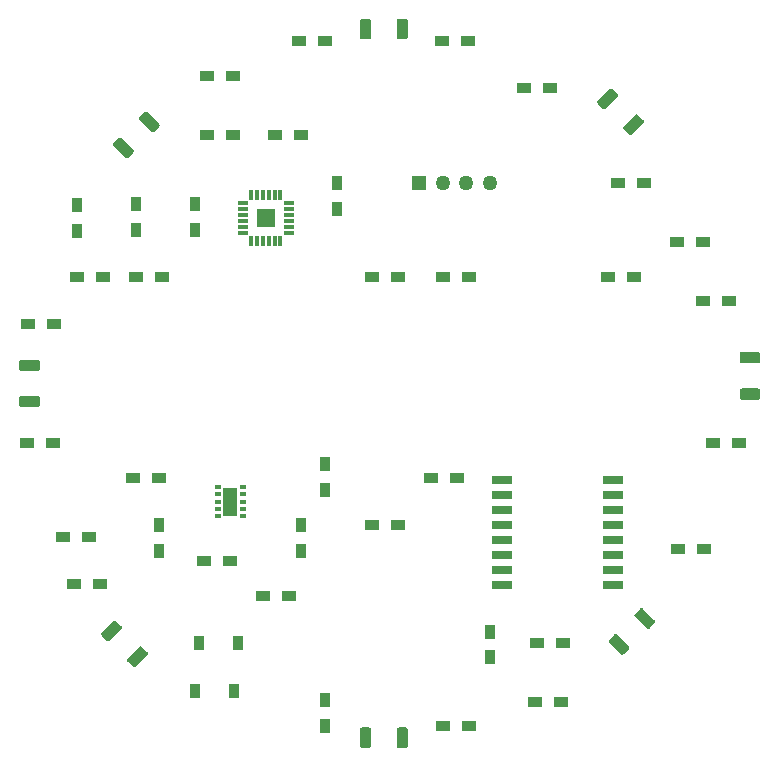
<source format=gbr>
G04 #@! TF.GenerationSoftware,KiCad,Pcbnew,(5.0.0)*
G04 #@! TF.CreationDate,2019-01-02T21:37:44-05:00*
G04 #@! TF.ProjectId,bikesenseCap,62696B6573656E73654361702E6B6963,REV B*
G04 #@! TF.SameCoordinates,Original*
G04 #@! TF.FileFunction,Paste,Top*
G04 #@! TF.FilePolarity,Positive*
%FSLAX46Y46*%
G04 Gerber Fmt 4.6, Leading zero omitted, Abs format (unit mm)*
G04 Created by KiCad (PCBNEW (5.0.0)) date 01/02/19 21:37:44*
%MOMM*%
%LPD*%
G01*
G04 APERTURE LIST*
%ADD10R,1.200000X0.900000*%
%ADD11R,1.270000X1.270000*%
%ADD12C,1.270000*%
%ADD13R,0.900000X1.200000*%
%ADD14R,0.600000X0.400000*%
%ADD15R,1.300000X2.400000*%
%ADD16R,1.560000X1.560000*%
%ADD17R,0.300000X0.850000*%
%ADD18R,0.850000X0.300000*%
%ADD19R,1.700000X0.700000*%
%ADD20C,0.100000*%
%ADD21C,0.950000*%
G04 APERTURE END LIST*
D10*
G04 #@! TO.C,D3*
X131200000Y-91000000D03*
X129000000Y-91000000D03*
G04 #@! TD*
G04 #@! TO.C,D4*
X151200000Y-91000000D03*
X149000000Y-91000000D03*
G04 #@! TD*
G04 #@! TO.C,D5*
X171200000Y-91000000D03*
X169000000Y-91000000D03*
G04 #@! TD*
G04 #@! TO.C,D6*
X149000000Y-112000000D03*
X151200000Y-112000000D03*
G04 #@! TD*
D11*
G04 #@! TO.C,J1*
X153000260Y-83000000D03*
D12*
X155001780Y-83000000D03*
X156998220Y-83000000D03*
X158999740Y-83000000D03*
G04 #@! TD*
D10*
G04 #@! TO.C,R1*
X143000000Y-79000000D03*
X140800000Y-79000000D03*
G04 #@! TD*
G04 #@! TO.C,R2*
X135000000Y-79000000D03*
X137200000Y-79000000D03*
G04 #@! TD*
D13*
G04 #@! TO.C,R3*
X146000000Y-83000000D03*
X146000000Y-85200000D03*
G04 #@! TD*
G04 #@! TO.C,R4*
X134000000Y-87000000D03*
X134000000Y-84800000D03*
G04 #@! TD*
G04 #@! TO.C,R5*
X129000000Y-84800000D03*
X129000000Y-87000000D03*
G04 #@! TD*
G04 #@! TO.C,R6*
X145000000Y-109000000D03*
X145000000Y-106800000D03*
G04 #@! TD*
G04 #@! TO.C,R7*
X131000000Y-114200000D03*
X131000000Y-112000000D03*
G04 #@! TD*
G04 #@! TO.C,R8*
X143000000Y-112000000D03*
X143000000Y-114200000D03*
G04 #@! TD*
D10*
G04 #@! TO.C,R9*
X142000000Y-118000000D03*
X139800000Y-118000000D03*
G04 #@! TD*
G04 #@! TO.C,R10*
X134800000Y-115000000D03*
X137000000Y-115000000D03*
G04 #@! TD*
G04 #@! TO.C,R11*
X126200000Y-91000000D03*
X124000000Y-91000000D03*
G04 #@! TD*
G04 #@! TO.C,R12*
X157200000Y-91000000D03*
X155000000Y-91000000D03*
G04 #@! TD*
G04 #@! TO.C,R13*
X177000000Y-88000000D03*
X174800000Y-88000000D03*
G04 #@! TD*
G04 #@! TO.C,R14*
X154000000Y-108000000D03*
X156200000Y-108000000D03*
G04 #@! TD*
G04 #@! TO.C,R19*
X119800000Y-105000000D03*
X122000000Y-105000000D03*
G04 #@! TD*
G04 #@! TO.C,R20*
X122100000Y-95000000D03*
X119900000Y-95000000D03*
G04 #@! TD*
D13*
G04 #@! TO.C,R21*
X124000000Y-84900000D03*
X124000000Y-87100000D03*
G04 #@! TD*
D10*
G04 #@! TO.C,R22*
X126000000Y-117000000D03*
X123800000Y-117000000D03*
G04 #@! TD*
D13*
G04 #@! TO.C,R23*
X159000000Y-123200000D03*
X159000000Y-121000000D03*
G04 #@! TD*
D10*
G04 #@! TO.C,R24*
X137200000Y-74000000D03*
X135000000Y-74000000D03*
G04 #@! TD*
G04 #@! TO.C,R25*
X122800000Y-113000000D03*
X125000000Y-113000000D03*
G04 #@! TD*
G04 #@! TO.C,R26*
X165200000Y-122000000D03*
X163000000Y-122000000D03*
G04 #@! TD*
G04 #@! TO.C,R27*
X157100000Y-71000000D03*
X154900000Y-71000000D03*
G04 #@! TD*
D13*
G04 #@! TO.C,R28*
X145000000Y-126800000D03*
X145000000Y-129000000D03*
G04 #@! TD*
D10*
G04 #@! TO.C,R29*
X145000000Y-71000000D03*
X142800000Y-71000000D03*
G04 #@! TD*
G04 #@! TO.C,R30*
X157200000Y-129000000D03*
X155000000Y-129000000D03*
G04 #@! TD*
G04 #@! TO.C,R31*
X164100000Y-75000000D03*
X161900000Y-75000000D03*
G04 #@! TD*
G04 #@! TO.C,R32*
X165000000Y-127000000D03*
X162800000Y-127000000D03*
G04 #@! TD*
G04 #@! TO.C,R33*
X169800000Y-83000000D03*
X172000000Y-83000000D03*
G04 #@! TD*
G04 #@! TO.C,R34*
X177100000Y-114000000D03*
X174900000Y-114000000D03*
G04 #@! TD*
G04 #@! TO.C,R35*
X179200000Y-93000000D03*
X177000000Y-93000000D03*
G04 #@! TD*
G04 #@! TO.C,R36*
X177900000Y-105000000D03*
X180100000Y-105000000D03*
G04 #@! TD*
G04 #@! TO.C,TH1*
X131000000Y-108000000D03*
X128800000Y-108000000D03*
G04 #@! TD*
D14*
G04 #@! TO.C,U1*
X135950000Y-110000000D03*
X138050000Y-110000000D03*
X138050000Y-109400000D03*
X138050000Y-108800000D03*
X138050000Y-110600000D03*
X138050000Y-111200000D03*
X135950000Y-110600000D03*
X135950000Y-111200000D03*
X135950000Y-109400000D03*
X135950000Y-108800000D03*
D15*
X137000000Y-110000000D03*
G04 #@! TD*
D16*
G04 #@! TO.C,U2*
X140000000Y-86000000D03*
D17*
X138750000Y-84050000D03*
X139250000Y-84050000D03*
X139750000Y-84050000D03*
X140250000Y-84050000D03*
X140750000Y-84050000D03*
X141250000Y-84050000D03*
D18*
X141950000Y-84750000D03*
X141950000Y-85250000D03*
X141950000Y-85750000D03*
X141950000Y-86250000D03*
X141950000Y-86750000D03*
X141950000Y-87250000D03*
D17*
X141250000Y-87950000D03*
X140750000Y-87950000D03*
X140250000Y-87950000D03*
X139750000Y-87950000D03*
X139250000Y-87950000D03*
X138750000Y-87950000D03*
D18*
X138050000Y-87250000D03*
X138050000Y-86750000D03*
X138050000Y-86250000D03*
X138050000Y-85750000D03*
X138050000Y-85250000D03*
X138050000Y-84750000D03*
G04 #@! TD*
D19*
G04 #@! TO.C,U3*
X160000000Y-113270000D03*
X160000000Y-114540000D03*
X160000000Y-115810000D03*
X160000000Y-117080000D03*
X160000000Y-112000000D03*
X160000000Y-110730000D03*
X160000000Y-109460000D03*
X160000000Y-108190000D03*
X169380000Y-113270000D03*
X169380000Y-112000000D03*
X169380000Y-114540000D03*
X169380000Y-115810000D03*
X169380000Y-117080000D03*
X169380000Y-110730000D03*
X169380000Y-109460000D03*
X169380000Y-108190000D03*
G04 #@! TD*
D13*
G04 #@! TO.C,D1*
X137650000Y-122000000D03*
X134350000Y-122000000D03*
G04 #@! TD*
G04 #@! TO.C,D2*
X134000000Y-126000000D03*
X137300000Y-126000000D03*
G04 #@! TD*
D20*
G04 #@! TO.C,D11*
G36*
X120703623Y-101075915D02*
X120722067Y-101078651D01*
X120740154Y-101083181D01*
X120757710Y-101089463D01*
X120774565Y-101097435D01*
X120790558Y-101107021D01*
X120805535Y-101118128D01*
X120819350Y-101130650D01*
X120831872Y-101144465D01*
X120842979Y-101159442D01*
X120852565Y-101175435D01*
X120860537Y-101192290D01*
X120866819Y-101209846D01*
X120871349Y-101227933D01*
X120874085Y-101246377D01*
X120875000Y-101265000D01*
X120875000Y-101835000D01*
X120874085Y-101853623D01*
X120871349Y-101872067D01*
X120866819Y-101890154D01*
X120860537Y-101907710D01*
X120852565Y-101924565D01*
X120842979Y-101940558D01*
X120831872Y-101955535D01*
X120819350Y-101969350D01*
X120805535Y-101981872D01*
X120790558Y-101992979D01*
X120774565Y-102002565D01*
X120757710Y-102010537D01*
X120740154Y-102016819D01*
X120722067Y-102021349D01*
X120703623Y-102024085D01*
X120685000Y-102025000D01*
X119315000Y-102025000D01*
X119296377Y-102024085D01*
X119277933Y-102021349D01*
X119259846Y-102016819D01*
X119242290Y-102010537D01*
X119225435Y-102002565D01*
X119209442Y-101992979D01*
X119194465Y-101981872D01*
X119180650Y-101969350D01*
X119168128Y-101955535D01*
X119157021Y-101940558D01*
X119147435Y-101924565D01*
X119139463Y-101907710D01*
X119133181Y-101890154D01*
X119128651Y-101872067D01*
X119125915Y-101853623D01*
X119125000Y-101835000D01*
X119125000Y-101265000D01*
X119125915Y-101246377D01*
X119128651Y-101227933D01*
X119133181Y-101209846D01*
X119139463Y-101192290D01*
X119147435Y-101175435D01*
X119157021Y-101159442D01*
X119168128Y-101144465D01*
X119180650Y-101130650D01*
X119194465Y-101118128D01*
X119209442Y-101107021D01*
X119225435Y-101097435D01*
X119242290Y-101089463D01*
X119259846Y-101083181D01*
X119277933Y-101078651D01*
X119296377Y-101075915D01*
X119315000Y-101075000D01*
X120685000Y-101075000D01*
X120703623Y-101075915D01*
X120703623Y-101075915D01*
G37*
D21*
X120000000Y-101550000D03*
D20*
G36*
X120703623Y-97975915D02*
X120722067Y-97978651D01*
X120740154Y-97983181D01*
X120757710Y-97989463D01*
X120774565Y-97997435D01*
X120790558Y-98007021D01*
X120805535Y-98018128D01*
X120819350Y-98030650D01*
X120831872Y-98044465D01*
X120842979Y-98059442D01*
X120852565Y-98075435D01*
X120860537Y-98092290D01*
X120866819Y-98109846D01*
X120871349Y-98127933D01*
X120874085Y-98146377D01*
X120875000Y-98165000D01*
X120875000Y-98735000D01*
X120874085Y-98753623D01*
X120871349Y-98772067D01*
X120866819Y-98790154D01*
X120860537Y-98807710D01*
X120852565Y-98824565D01*
X120842979Y-98840558D01*
X120831872Y-98855535D01*
X120819350Y-98869350D01*
X120805535Y-98881872D01*
X120790558Y-98892979D01*
X120774565Y-98902565D01*
X120757710Y-98910537D01*
X120740154Y-98916819D01*
X120722067Y-98921349D01*
X120703623Y-98924085D01*
X120685000Y-98925000D01*
X119315000Y-98925000D01*
X119296377Y-98924085D01*
X119277933Y-98921349D01*
X119259846Y-98916819D01*
X119242290Y-98910537D01*
X119225435Y-98902565D01*
X119209442Y-98892979D01*
X119194465Y-98881872D01*
X119180650Y-98869350D01*
X119168128Y-98855535D01*
X119157021Y-98840558D01*
X119147435Y-98824565D01*
X119139463Y-98807710D01*
X119133181Y-98790154D01*
X119128651Y-98772067D01*
X119125915Y-98753623D01*
X119125000Y-98735000D01*
X119125000Y-98165000D01*
X119125915Y-98146377D01*
X119128651Y-98127933D01*
X119133181Y-98109846D01*
X119139463Y-98092290D01*
X119147435Y-98075435D01*
X119157021Y-98059442D01*
X119168128Y-98044465D01*
X119180650Y-98030650D01*
X119194465Y-98018128D01*
X119209442Y-98007021D01*
X119225435Y-97997435D01*
X119242290Y-97989463D01*
X119259846Y-97983181D01*
X119277933Y-97978651D01*
X119296377Y-97975915D01*
X119315000Y-97975000D01*
X120685000Y-97975000D01*
X120703623Y-97975915D01*
X120703623Y-97975915D01*
G37*
D21*
X120000000Y-98450000D03*
G04 #@! TD*
D20*
G04 #@! TO.C,D12*
G36*
X127684764Y-79175637D02*
X127703208Y-79178373D01*
X127721295Y-79182903D01*
X127738851Y-79189185D01*
X127755706Y-79197157D01*
X127771699Y-79206743D01*
X127786676Y-79217850D01*
X127800491Y-79230372D01*
X128769228Y-80199109D01*
X128781750Y-80212924D01*
X128792857Y-80227901D01*
X128802443Y-80243894D01*
X128810415Y-80260749D01*
X128816697Y-80278305D01*
X128821227Y-80296392D01*
X128823963Y-80314836D01*
X128824878Y-80333459D01*
X128823963Y-80352082D01*
X128821227Y-80370526D01*
X128816697Y-80388613D01*
X128810415Y-80406169D01*
X128802443Y-80423024D01*
X128792857Y-80439017D01*
X128781750Y-80453994D01*
X128769228Y-80467809D01*
X128366177Y-80870860D01*
X128352362Y-80883382D01*
X128337385Y-80894489D01*
X128321392Y-80904075D01*
X128304537Y-80912047D01*
X128286981Y-80918329D01*
X128268894Y-80922859D01*
X128250450Y-80925595D01*
X128231827Y-80926510D01*
X128213204Y-80925595D01*
X128194760Y-80922859D01*
X128176673Y-80918329D01*
X128159117Y-80912047D01*
X128142262Y-80904075D01*
X128126269Y-80894489D01*
X128111292Y-80883382D01*
X128097477Y-80870860D01*
X127128740Y-79902123D01*
X127116218Y-79888308D01*
X127105111Y-79873331D01*
X127095525Y-79857338D01*
X127087553Y-79840483D01*
X127081271Y-79822927D01*
X127076741Y-79804840D01*
X127074005Y-79786396D01*
X127073090Y-79767773D01*
X127074005Y-79749150D01*
X127076741Y-79730706D01*
X127081271Y-79712619D01*
X127087553Y-79695063D01*
X127095525Y-79678208D01*
X127105111Y-79662215D01*
X127116218Y-79647238D01*
X127128740Y-79633423D01*
X127531791Y-79230372D01*
X127545606Y-79217850D01*
X127560583Y-79206743D01*
X127576576Y-79197157D01*
X127593431Y-79189185D01*
X127610987Y-79182903D01*
X127629074Y-79178373D01*
X127647518Y-79175637D01*
X127666141Y-79174722D01*
X127684764Y-79175637D01*
X127684764Y-79175637D01*
G37*
D21*
X127948984Y-80050616D03*
D20*
G36*
X129876796Y-76983605D02*
X129895240Y-76986341D01*
X129913327Y-76990871D01*
X129930883Y-76997153D01*
X129947738Y-77005125D01*
X129963731Y-77014711D01*
X129978708Y-77025818D01*
X129992523Y-77038340D01*
X130961260Y-78007077D01*
X130973782Y-78020892D01*
X130984889Y-78035869D01*
X130994475Y-78051862D01*
X131002447Y-78068717D01*
X131008729Y-78086273D01*
X131013259Y-78104360D01*
X131015995Y-78122804D01*
X131016910Y-78141427D01*
X131015995Y-78160050D01*
X131013259Y-78178494D01*
X131008729Y-78196581D01*
X131002447Y-78214137D01*
X130994475Y-78230992D01*
X130984889Y-78246985D01*
X130973782Y-78261962D01*
X130961260Y-78275777D01*
X130558209Y-78678828D01*
X130544394Y-78691350D01*
X130529417Y-78702457D01*
X130513424Y-78712043D01*
X130496569Y-78720015D01*
X130479013Y-78726297D01*
X130460926Y-78730827D01*
X130442482Y-78733563D01*
X130423859Y-78734478D01*
X130405236Y-78733563D01*
X130386792Y-78730827D01*
X130368705Y-78726297D01*
X130351149Y-78720015D01*
X130334294Y-78712043D01*
X130318301Y-78702457D01*
X130303324Y-78691350D01*
X130289509Y-78678828D01*
X129320772Y-77710091D01*
X129308250Y-77696276D01*
X129297143Y-77681299D01*
X129287557Y-77665306D01*
X129279585Y-77648451D01*
X129273303Y-77630895D01*
X129268773Y-77612808D01*
X129266037Y-77594364D01*
X129265122Y-77575741D01*
X129266037Y-77557118D01*
X129268773Y-77538674D01*
X129273303Y-77520587D01*
X129279585Y-77503031D01*
X129287557Y-77486176D01*
X129297143Y-77470183D01*
X129308250Y-77455206D01*
X129320772Y-77441391D01*
X129723823Y-77038340D01*
X129737638Y-77025818D01*
X129752615Y-77014711D01*
X129768608Y-77005125D01*
X129785463Y-76997153D01*
X129803019Y-76990871D01*
X129821106Y-76986341D01*
X129839550Y-76983605D01*
X129858173Y-76982690D01*
X129876796Y-76983605D01*
X129876796Y-76983605D01*
G37*
D21*
X130141016Y-77858584D03*
G04 #@! TD*
D20*
G04 #@! TO.C,D13*
G36*
X127250450Y-120074005D02*
X127268894Y-120076741D01*
X127286981Y-120081271D01*
X127304537Y-120087553D01*
X127321392Y-120095525D01*
X127337385Y-120105111D01*
X127352362Y-120116218D01*
X127366177Y-120128740D01*
X127769228Y-120531791D01*
X127781750Y-120545606D01*
X127792857Y-120560583D01*
X127802443Y-120576576D01*
X127810415Y-120593431D01*
X127816697Y-120610987D01*
X127821227Y-120629074D01*
X127823963Y-120647518D01*
X127824878Y-120666141D01*
X127823963Y-120684764D01*
X127821227Y-120703208D01*
X127816697Y-120721295D01*
X127810415Y-120738851D01*
X127802443Y-120755706D01*
X127792857Y-120771699D01*
X127781750Y-120786676D01*
X127769228Y-120800491D01*
X126800491Y-121769228D01*
X126786676Y-121781750D01*
X126771699Y-121792857D01*
X126755706Y-121802443D01*
X126738851Y-121810415D01*
X126721295Y-121816697D01*
X126703208Y-121821227D01*
X126684764Y-121823963D01*
X126666141Y-121824878D01*
X126647518Y-121823963D01*
X126629074Y-121821227D01*
X126610987Y-121816697D01*
X126593431Y-121810415D01*
X126576576Y-121802443D01*
X126560583Y-121792857D01*
X126545606Y-121781750D01*
X126531791Y-121769228D01*
X126128740Y-121366177D01*
X126116218Y-121352362D01*
X126105111Y-121337385D01*
X126095525Y-121321392D01*
X126087553Y-121304537D01*
X126081271Y-121286981D01*
X126076741Y-121268894D01*
X126074005Y-121250450D01*
X126073090Y-121231827D01*
X126074005Y-121213204D01*
X126076741Y-121194760D01*
X126081271Y-121176673D01*
X126087553Y-121159117D01*
X126095525Y-121142262D01*
X126105111Y-121126269D01*
X126116218Y-121111292D01*
X126128740Y-121097477D01*
X127097477Y-120128740D01*
X127111292Y-120116218D01*
X127126269Y-120105111D01*
X127142262Y-120095525D01*
X127159117Y-120087553D01*
X127176673Y-120081271D01*
X127194760Y-120076741D01*
X127213204Y-120074005D01*
X127231827Y-120073090D01*
X127250450Y-120074005D01*
X127250450Y-120074005D01*
G37*
D21*
X126948984Y-120948984D03*
D20*
G36*
X129442482Y-122266037D02*
X129460926Y-122268773D01*
X129479013Y-122273303D01*
X129496569Y-122279585D01*
X129513424Y-122287557D01*
X129529417Y-122297143D01*
X129544394Y-122308250D01*
X129558209Y-122320772D01*
X129961260Y-122723823D01*
X129973782Y-122737638D01*
X129984889Y-122752615D01*
X129994475Y-122768608D01*
X130002447Y-122785463D01*
X130008729Y-122803019D01*
X130013259Y-122821106D01*
X130015995Y-122839550D01*
X130016910Y-122858173D01*
X130015995Y-122876796D01*
X130013259Y-122895240D01*
X130008729Y-122913327D01*
X130002447Y-122930883D01*
X129994475Y-122947738D01*
X129984889Y-122963731D01*
X129973782Y-122978708D01*
X129961260Y-122992523D01*
X128992523Y-123961260D01*
X128978708Y-123973782D01*
X128963731Y-123984889D01*
X128947738Y-123994475D01*
X128930883Y-124002447D01*
X128913327Y-124008729D01*
X128895240Y-124013259D01*
X128876796Y-124015995D01*
X128858173Y-124016910D01*
X128839550Y-124015995D01*
X128821106Y-124013259D01*
X128803019Y-124008729D01*
X128785463Y-124002447D01*
X128768608Y-123994475D01*
X128752615Y-123984889D01*
X128737638Y-123973782D01*
X128723823Y-123961260D01*
X128320772Y-123558209D01*
X128308250Y-123544394D01*
X128297143Y-123529417D01*
X128287557Y-123513424D01*
X128279585Y-123496569D01*
X128273303Y-123479013D01*
X128268773Y-123460926D01*
X128266037Y-123442482D01*
X128265122Y-123423859D01*
X128266037Y-123405236D01*
X128268773Y-123386792D01*
X128273303Y-123368705D01*
X128279585Y-123351149D01*
X128287557Y-123334294D01*
X128297143Y-123318301D01*
X128308250Y-123303324D01*
X128320772Y-123289509D01*
X129289509Y-122320772D01*
X129303324Y-122308250D01*
X129318301Y-122297143D01*
X129334294Y-122287557D01*
X129351149Y-122279585D01*
X129368705Y-122273303D01*
X129386792Y-122268773D01*
X129405236Y-122266037D01*
X129423859Y-122265122D01*
X129442482Y-122266037D01*
X129442482Y-122266037D01*
G37*
D21*
X129141016Y-123141016D03*
G04 #@! TD*
D20*
G04 #@! TO.C,D14*
G36*
X151853623Y-69125915D02*
X151872067Y-69128651D01*
X151890154Y-69133181D01*
X151907710Y-69139463D01*
X151924565Y-69147435D01*
X151940558Y-69157021D01*
X151955535Y-69168128D01*
X151969350Y-69180650D01*
X151981872Y-69194465D01*
X151992979Y-69209442D01*
X152002565Y-69225435D01*
X152010537Y-69242290D01*
X152016819Y-69259846D01*
X152021349Y-69277933D01*
X152024085Y-69296377D01*
X152025000Y-69315000D01*
X152025000Y-70685000D01*
X152024085Y-70703623D01*
X152021349Y-70722067D01*
X152016819Y-70740154D01*
X152010537Y-70757710D01*
X152002565Y-70774565D01*
X151992979Y-70790558D01*
X151981872Y-70805535D01*
X151969350Y-70819350D01*
X151955535Y-70831872D01*
X151940558Y-70842979D01*
X151924565Y-70852565D01*
X151907710Y-70860537D01*
X151890154Y-70866819D01*
X151872067Y-70871349D01*
X151853623Y-70874085D01*
X151835000Y-70875000D01*
X151265000Y-70875000D01*
X151246377Y-70874085D01*
X151227933Y-70871349D01*
X151209846Y-70866819D01*
X151192290Y-70860537D01*
X151175435Y-70852565D01*
X151159442Y-70842979D01*
X151144465Y-70831872D01*
X151130650Y-70819350D01*
X151118128Y-70805535D01*
X151107021Y-70790558D01*
X151097435Y-70774565D01*
X151089463Y-70757710D01*
X151083181Y-70740154D01*
X151078651Y-70722067D01*
X151075915Y-70703623D01*
X151075000Y-70685000D01*
X151075000Y-69315000D01*
X151075915Y-69296377D01*
X151078651Y-69277933D01*
X151083181Y-69259846D01*
X151089463Y-69242290D01*
X151097435Y-69225435D01*
X151107021Y-69209442D01*
X151118128Y-69194465D01*
X151130650Y-69180650D01*
X151144465Y-69168128D01*
X151159442Y-69157021D01*
X151175435Y-69147435D01*
X151192290Y-69139463D01*
X151209846Y-69133181D01*
X151227933Y-69128651D01*
X151246377Y-69125915D01*
X151265000Y-69125000D01*
X151835000Y-69125000D01*
X151853623Y-69125915D01*
X151853623Y-69125915D01*
G37*
D21*
X151550000Y-70000000D03*
D20*
G36*
X148753623Y-69125915D02*
X148772067Y-69128651D01*
X148790154Y-69133181D01*
X148807710Y-69139463D01*
X148824565Y-69147435D01*
X148840558Y-69157021D01*
X148855535Y-69168128D01*
X148869350Y-69180650D01*
X148881872Y-69194465D01*
X148892979Y-69209442D01*
X148902565Y-69225435D01*
X148910537Y-69242290D01*
X148916819Y-69259846D01*
X148921349Y-69277933D01*
X148924085Y-69296377D01*
X148925000Y-69315000D01*
X148925000Y-70685000D01*
X148924085Y-70703623D01*
X148921349Y-70722067D01*
X148916819Y-70740154D01*
X148910537Y-70757710D01*
X148902565Y-70774565D01*
X148892979Y-70790558D01*
X148881872Y-70805535D01*
X148869350Y-70819350D01*
X148855535Y-70831872D01*
X148840558Y-70842979D01*
X148824565Y-70852565D01*
X148807710Y-70860537D01*
X148790154Y-70866819D01*
X148772067Y-70871349D01*
X148753623Y-70874085D01*
X148735000Y-70875000D01*
X148165000Y-70875000D01*
X148146377Y-70874085D01*
X148127933Y-70871349D01*
X148109846Y-70866819D01*
X148092290Y-70860537D01*
X148075435Y-70852565D01*
X148059442Y-70842979D01*
X148044465Y-70831872D01*
X148030650Y-70819350D01*
X148018128Y-70805535D01*
X148007021Y-70790558D01*
X147997435Y-70774565D01*
X147989463Y-70757710D01*
X147983181Y-70740154D01*
X147978651Y-70722067D01*
X147975915Y-70703623D01*
X147975000Y-70685000D01*
X147975000Y-69315000D01*
X147975915Y-69296377D01*
X147978651Y-69277933D01*
X147983181Y-69259846D01*
X147989463Y-69242290D01*
X147997435Y-69225435D01*
X148007021Y-69209442D01*
X148018128Y-69194465D01*
X148030650Y-69180650D01*
X148044465Y-69168128D01*
X148059442Y-69157021D01*
X148075435Y-69147435D01*
X148092290Y-69139463D01*
X148109846Y-69133181D01*
X148127933Y-69128651D01*
X148146377Y-69125915D01*
X148165000Y-69125000D01*
X148735000Y-69125000D01*
X148753623Y-69125915D01*
X148753623Y-69125915D01*
G37*
D21*
X148450000Y-70000000D03*
G04 #@! TD*
D20*
G04 #@! TO.C,D15*
G36*
X148753623Y-129125915D02*
X148772067Y-129128651D01*
X148790154Y-129133181D01*
X148807710Y-129139463D01*
X148824565Y-129147435D01*
X148840558Y-129157021D01*
X148855535Y-129168128D01*
X148869350Y-129180650D01*
X148881872Y-129194465D01*
X148892979Y-129209442D01*
X148902565Y-129225435D01*
X148910537Y-129242290D01*
X148916819Y-129259846D01*
X148921349Y-129277933D01*
X148924085Y-129296377D01*
X148925000Y-129315000D01*
X148925000Y-130685000D01*
X148924085Y-130703623D01*
X148921349Y-130722067D01*
X148916819Y-130740154D01*
X148910537Y-130757710D01*
X148902565Y-130774565D01*
X148892979Y-130790558D01*
X148881872Y-130805535D01*
X148869350Y-130819350D01*
X148855535Y-130831872D01*
X148840558Y-130842979D01*
X148824565Y-130852565D01*
X148807710Y-130860537D01*
X148790154Y-130866819D01*
X148772067Y-130871349D01*
X148753623Y-130874085D01*
X148735000Y-130875000D01*
X148165000Y-130875000D01*
X148146377Y-130874085D01*
X148127933Y-130871349D01*
X148109846Y-130866819D01*
X148092290Y-130860537D01*
X148075435Y-130852565D01*
X148059442Y-130842979D01*
X148044465Y-130831872D01*
X148030650Y-130819350D01*
X148018128Y-130805535D01*
X148007021Y-130790558D01*
X147997435Y-130774565D01*
X147989463Y-130757710D01*
X147983181Y-130740154D01*
X147978651Y-130722067D01*
X147975915Y-130703623D01*
X147975000Y-130685000D01*
X147975000Y-129315000D01*
X147975915Y-129296377D01*
X147978651Y-129277933D01*
X147983181Y-129259846D01*
X147989463Y-129242290D01*
X147997435Y-129225435D01*
X148007021Y-129209442D01*
X148018128Y-129194465D01*
X148030650Y-129180650D01*
X148044465Y-129168128D01*
X148059442Y-129157021D01*
X148075435Y-129147435D01*
X148092290Y-129139463D01*
X148109846Y-129133181D01*
X148127933Y-129128651D01*
X148146377Y-129125915D01*
X148165000Y-129125000D01*
X148735000Y-129125000D01*
X148753623Y-129125915D01*
X148753623Y-129125915D01*
G37*
D21*
X148450000Y-130000000D03*
D20*
G36*
X151853623Y-129125915D02*
X151872067Y-129128651D01*
X151890154Y-129133181D01*
X151907710Y-129139463D01*
X151924565Y-129147435D01*
X151940558Y-129157021D01*
X151955535Y-129168128D01*
X151969350Y-129180650D01*
X151981872Y-129194465D01*
X151992979Y-129209442D01*
X152002565Y-129225435D01*
X152010537Y-129242290D01*
X152016819Y-129259846D01*
X152021349Y-129277933D01*
X152024085Y-129296377D01*
X152025000Y-129315000D01*
X152025000Y-130685000D01*
X152024085Y-130703623D01*
X152021349Y-130722067D01*
X152016819Y-130740154D01*
X152010537Y-130757710D01*
X152002565Y-130774565D01*
X151992979Y-130790558D01*
X151981872Y-130805535D01*
X151969350Y-130819350D01*
X151955535Y-130831872D01*
X151940558Y-130842979D01*
X151924565Y-130852565D01*
X151907710Y-130860537D01*
X151890154Y-130866819D01*
X151872067Y-130871349D01*
X151853623Y-130874085D01*
X151835000Y-130875000D01*
X151265000Y-130875000D01*
X151246377Y-130874085D01*
X151227933Y-130871349D01*
X151209846Y-130866819D01*
X151192290Y-130860537D01*
X151175435Y-130852565D01*
X151159442Y-130842979D01*
X151144465Y-130831872D01*
X151130650Y-130819350D01*
X151118128Y-130805535D01*
X151107021Y-130790558D01*
X151097435Y-130774565D01*
X151089463Y-130757710D01*
X151083181Y-130740154D01*
X151078651Y-130722067D01*
X151075915Y-130703623D01*
X151075000Y-130685000D01*
X151075000Y-129315000D01*
X151075915Y-129296377D01*
X151078651Y-129277933D01*
X151083181Y-129259846D01*
X151089463Y-129242290D01*
X151097435Y-129225435D01*
X151107021Y-129209442D01*
X151118128Y-129194465D01*
X151130650Y-129180650D01*
X151144465Y-129168128D01*
X151159442Y-129157021D01*
X151175435Y-129147435D01*
X151192290Y-129139463D01*
X151209846Y-129133181D01*
X151227933Y-129128651D01*
X151246377Y-129125915D01*
X151265000Y-129125000D01*
X151835000Y-129125000D01*
X151853623Y-129125915D01*
X151853623Y-129125915D01*
G37*
D21*
X151550000Y-130000000D03*
G04 #@! TD*
D20*
G04 #@! TO.C,D16*
G36*
X169250450Y-75029005D02*
X169268894Y-75031741D01*
X169286981Y-75036271D01*
X169304537Y-75042553D01*
X169321392Y-75050525D01*
X169337385Y-75060111D01*
X169352362Y-75071218D01*
X169366177Y-75083740D01*
X169769228Y-75486791D01*
X169781750Y-75500606D01*
X169792857Y-75515583D01*
X169802443Y-75531576D01*
X169810415Y-75548431D01*
X169816697Y-75565987D01*
X169821227Y-75584074D01*
X169823963Y-75602518D01*
X169824878Y-75621141D01*
X169823963Y-75639764D01*
X169821227Y-75658208D01*
X169816697Y-75676295D01*
X169810415Y-75693851D01*
X169802443Y-75710706D01*
X169792857Y-75726699D01*
X169781750Y-75741676D01*
X169769228Y-75755491D01*
X168800491Y-76724228D01*
X168786676Y-76736750D01*
X168771699Y-76747857D01*
X168755706Y-76757443D01*
X168738851Y-76765415D01*
X168721295Y-76771697D01*
X168703208Y-76776227D01*
X168684764Y-76778963D01*
X168666141Y-76779878D01*
X168647518Y-76778963D01*
X168629074Y-76776227D01*
X168610987Y-76771697D01*
X168593431Y-76765415D01*
X168576576Y-76757443D01*
X168560583Y-76747857D01*
X168545606Y-76736750D01*
X168531791Y-76724228D01*
X168128740Y-76321177D01*
X168116218Y-76307362D01*
X168105111Y-76292385D01*
X168095525Y-76276392D01*
X168087553Y-76259537D01*
X168081271Y-76241981D01*
X168076741Y-76223894D01*
X168074005Y-76205450D01*
X168073090Y-76186827D01*
X168074005Y-76168204D01*
X168076741Y-76149760D01*
X168081271Y-76131673D01*
X168087553Y-76114117D01*
X168095525Y-76097262D01*
X168105111Y-76081269D01*
X168116218Y-76066292D01*
X168128740Y-76052477D01*
X169097477Y-75083740D01*
X169111292Y-75071218D01*
X169126269Y-75060111D01*
X169142262Y-75050525D01*
X169159117Y-75042553D01*
X169176673Y-75036271D01*
X169194760Y-75031741D01*
X169213204Y-75029005D01*
X169231827Y-75028090D01*
X169250450Y-75029005D01*
X169250450Y-75029005D01*
G37*
D21*
X168948984Y-75903984D03*
D20*
G36*
X171442482Y-77221037D02*
X171460926Y-77223773D01*
X171479013Y-77228303D01*
X171496569Y-77234585D01*
X171513424Y-77242557D01*
X171529417Y-77252143D01*
X171544394Y-77263250D01*
X171558209Y-77275772D01*
X171961260Y-77678823D01*
X171973782Y-77692638D01*
X171984889Y-77707615D01*
X171994475Y-77723608D01*
X172002447Y-77740463D01*
X172008729Y-77758019D01*
X172013259Y-77776106D01*
X172015995Y-77794550D01*
X172016910Y-77813173D01*
X172015995Y-77831796D01*
X172013259Y-77850240D01*
X172008729Y-77868327D01*
X172002447Y-77885883D01*
X171994475Y-77902738D01*
X171984889Y-77918731D01*
X171973782Y-77933708D01*
X171961260Y-77947523D01*
X170992523Y-78916260D01*
X170978708Y-78928782D01*
X170963731Y-78939889D01*
X170947738Y-78949475D01*
X170930883Y-78957447D01*
X170913327Y-78963729D01*
X170895240Y-78968259D01*
X170876796Y-78970995D01*
X170858173Y-78971910D01*
X170839550Y-78970995D01*
X170821106Y-78968259D01*
X170803019Y-78963729D01*
X170785463Y-78957447D01*
X170768608Y-78949475D01*
X170752615Y-78939889D01*
X170737638Y-78928782D01*
X170723823Y-78916260D01*
X170320772Y-78513209D01*
X170308250Y-78499394D01*
X170297143Y-78484417D01*
X170287557Y-78468424D01*
X170279585Y-78451569D01*
X170273303Y-78434013D01*
X170268773Y-78415926D01*
X170266037Y-78397482D01*
X170265122Y-78378859D01*
X170266037Y-78360236D01*
X170268773Y-78341792D01*
X170273303Y-78323705D01*
X170279585Y-78306149D01*
X170287557Y-78289294D01*
X170297143Y-78273301D01*
X170308250Y-78258324D01*
X170320772Y-78244509D01*
X171289509Y-77275772D01*
X171303324Y-77263250D01*
X171318301Y-77252143D01*
X171334294Y-77242557D01*
X171351149Y-77234585D01*
X171368705Y-77228303D01*
X171386792Y-77223773D01*
X171405236Y-77221037D01*
X171423859Y-77220122D01*
X171442482Y-77221037D01*
X171442482Y-77221037D01*
G37*
D21*
X171141016Y-78096016D03*
G04 #@! TD*
D20*
G04 #@! TO.C,D17*
G36*
X171831796Y-119029005D02*
X171850240Y-119031741D01*
X171868327Y-119036271D01*
X171885883Y-119042553D01*
X171902738Y-119050525D01*
X171918731Y-119060111D01*
X171933708Y-119071218D01*
X171947523Y-119083740D01*
X172916260Y-120052477D01*
X172928782Y-120066292D01*
X172939889Y-120081269D01*
X172949475Y-120097262D01*
X172957447Y-120114117D01*
X172963729Y-120131673D01*
X172968259Y-120149760D01*
X172970995Y-120168204D01*
X172971910Y-120186827D01*
X172970995Y-120205450D01*
X172968259Y-120223894D01*
X172963729Y-120241981D01*
X172957447Y-120259537D01*
X172949475Y-120276392D01*
X172939889Y-120292385D01*
X172928782Y-120307362D01*
X172916260Y-120321177D01*
X172513209Y-120724228D01*
X172499394Y-120736750D01*
X172484417Y-120747857D01*
X172468424Y-120757443D01*
X172451569Y-120765415D01*
X172434013Y-120771697D01*
X172415926Y-120776227D01*
X172397482Y-120778963D01*
X172378859Y-120779878D01*
X172360236Y-120778963D01*
X172341792Y-120776227D01*
X172323705Y-120771697D01*
X172306149Y-120765415D01*
X172289294Y-120757443D01*
X172273301Y-120747857D01*
X172258324Y-120736750D01*
X172244509Y-120724228D01*
X171275772Y-119755491D01*
X171263250Y-119741676D01*
X171252143Y-119726699D01*
X171242557Y-119710706D01*
X171234585Y-119693851D01*
X171228303Y-119676295D01*
X171223773Y-119658208D01*
X171221037Y-119639764D01*
X171220122Y-119621141D01*
X171221037Y-119602518D01*
X171223773Y-119584074D01*
X171228303Y-119565987D01*
X171234585Y-119548431D01*
X171242557Y-119531576D01*
X171252143Y-119515583D01*
X171263250Y-119500606D01*
X171275772Y-119486791D01*
X171678823Y-119083740D01*
X171692638Y-119071218D01*
X171707615Y-119060111D01*
X171723608Y-119050525D01*
X171740463Y-119042553D01*
X171758019Y-119036271D01*
X171776106Y-119031741D01*
X171794550Y-119029005D01*
X171813173Y-119028090D01*
X171831796Y-119029005D01*
X171831796Y-119029005D01*
G37*
D21*
X172096016Y-119903984D03*
D20*
G36*
X169639764Y-121221037D02*
X169658208Y-121223773D01*
X169676295Y-121228303D01*
X169693851Y-121234585D01*
X169710706Y-121242557D01*
X169726699Y-121252143D01*
X169741676Y-121263250D01*
X169755491Y-121275772D01*
X170724228Y-122244509D01*
X170736750Y-122258324D01*
X170747857Y-122273301D01*
X170757443Y-122289294D01*
X170765415Y-122306149D01*
X170771697Y-122323705D01*
X170776227Y-122341792D01*
X170778963Y-122360236D01*
X170779878Y-122378859D01*
X170778963Y-122397482D01*
X170776227Y-122415926D01*
X170771697Y-122434013D01*
X170765415Y-122451569D01*
X170757443Y-122468424D01*
X170747857Y-122484417D01*
X170736750Y-122499394D01*
X170724228Y-122513209D01*
X170321177Y-122916260D01*
X170307362Y-122928782D01*
X170292385Y-122939889D01*
X170276392Y-122949475D01*
X170259537Y-122957447D01*
X170241981Y-122963729D01*
X170223894Y-122968259D01*
X170205450Y-122970995D01*
X170186827Y-122971910D01*
X170168204Y-122970995D01*
X170149760Y-122968259D01*
X170131673Y-122963729D01*
X170114117Y-122957447D01*
X170097262Y-122949475D01*
X170081269Y-122939889D01*
X170066292Y-122928782D01*
X170052477Y-122916260D01*
X169083740Y-121947523D01*
X169071218Y-121933708D01*
X169060111Y-121918731D01*
X169050525Y-121902738D01*
X169042553Y-121885883D01*
X169036271Y-121868327D01*
X169031741Y-121850240D01*
X169029005Y-121831796D01*
X169028090Y-121813173D01*
X169029005Y-121794550D01*
X169031741Y-121776106D01*
X169036271Y-121758019D01*
X169042553Y-121740463D01*
X169050525Y-121723608D01*
X169060111Y-121707615D01*
X169071218Y-121692638D01*
X169083740Y-121678823D01*
X169486791Y-121275772D01*
X169500606Y-121263250D01*
X169515583Y-121252143D01*
X169531576Y-121242557D01*
X169548431Y-121234585D01*
X169565987Y-121228303D01*
X169584074Y-121223773D01*
X169602518Y-121221037D01*
X169621141Y-121220122D01*
X169639764Y-121221037D01*
X169639764Y-121221037D01*
G37*
D21*
X169903984Y-122096016D03*
G04 #@! TD*
D20*
G04 #@! TO.C,D18*
G36*
X181703623Y-100425915D02*
X181722067Y-100428651D01*
X181740154Y-100433181D01*
X181757710Y-100439463D01*
X181774565Y-100447435D01*
X181790558Y-100457021D01*
X181805535Y-100468128D01*
X181819350Y-100480650D01*
X181831872Y-100494465D01*
X181842979Y-100509442D01*
X181852565Y-100525435D01*
X181860537Y-100542290D01*
X181866819Y-100559846D01*
X181871349Y-100577933D01*
X181874085Y-100596377D01*
X181875000Y-100615000D01*
X181875000Y-101185000D01*
X181874085Y-101203623D01*
X181871349Y-101222067D01*
X181866819Y-101240154D01*
X181860537Y-101257710D01*
X181852565Y-101274565D01*
X181842979Y-101290558D01*
X181831872Y-101305535D01*
X181819350Y-101319350D01*
X181805535Y-101331872D01*
X181790558Y-101342979D01*
X181774565Y-101352565D01*
X181757710Y-101360537D01*
X181740154Y-101366819D01*
X181722067Y-101371349D01*
X181703623Y-101374085D01*
X181685000Y-101375000D01*
X180315000Y-101375000D01*
X180296377Y-101374085D01*
X180277933Y-101371349D01*
X180259846Y-101366819D01*
X180242290Y-101360537D01*
X180225435Y-101352565D01*
X180209442Y-101342979D01*
X180194465Y-101331872D01*
X180180650Y-101319350D01*
X180168128Y-101305535D01*
X180157021Y-101290558D01*
X180147435Y-101274565D01*
X180139463Y-101257710D01*
X180133181Y-101240154D01*
X180128651Y-101222067D01*
X180125915Y-101203623D01*
X180125000Y-101185000D01*
X180125000Y-100615000D01*
X180125915Y-100596377D01*
X180128651Y-100577933D01*
X180133181Y-100559846D01*
X180139463Y-100542290D01*
X180147435Y-100525435D01*
X180157021Y-100509442D01*
X180168128Y-100494465D01*
X180180650Y-100480650D01*
X180194465Y-100468128D01*
X180209442Y-100457021D01*
X180225435Y-100447435D01*
X180242290Y-100439463D01*
X180259846Y-100433181D01*
X180277933Y-100428651D01*
X180296377Y-100425915D01*
X180315000Y-100425000D01*
X181685000Y-100425000D01*
X181703623Y-100425915D01*
X181703623Y-100425915D01*
G37*
D21*
X181000000Y-100900000D03*
D20*
G36*
X181703623Y-97325915D02*
X181722067Y-97328651D01*
X181740154Y-97333181D01*
X181757710Y-97339463D01*
X181774565Y-97347435D01*
X181790558Y-97357021D01*
X181805535Y-97368128D01*
X181819350Y-97380650D01*
X181831872Y-97394465D01*
X181842979Y-97409442D01*
X181852565Y-97425435D01*
X181860537Y-97442290D01*
X181866819Y-97459846D01*
X181871349Y-97477933D01*
X181874085Y-97496377D01*
X181875000Y-97515000D01*
X181875000Y-98085000D01*
X181874085Y-98103623D01*
X181871349Y-98122067D01*
X181866819Y-98140154D01*
X181860537Y-98157710D01*
X181852565Y-98174565D01*
X181842979Y-98190558D01*
X181831872Y-98205535D01*
X181819350Y-98219350D01*
X181805535Y-98231872D01*
X181790558Y-98242979D01*
X181774565Y-98252565D01*
X181757710Y-98260537D01*
X181740154Y-98266819D01*
X181722067Y-98271349D01*
X181703623Y-98274085D01*
X181685000Y-98275000D01*
X180315000Y-98275000D01*
X180296377Y-98274085D01*
X180277933Y-98271349D01*
X180259846Y-98266819D01*
X180242290Y-98260537D01*
X180225435Y-98252565D01*
X180209442Y-98242979D01*
X180194465Y-98231872D01*
X180180650Y-98219350D01*
X180168128Y-98205535D01*
X180157021Y-98190558D01*
X180147435Y-98174565D01*
X180139463Y-98157710D01*
X180133181Y-98140154D01*
X180128651Y-98122067D01*
X180125915Y-98103623D01*
X180125000Y-98085000D01*
X180125000Y-97515000D01*
X180125915Y-97496377D01*
X180128651Y-97477933D01*
X180133181Y-97459846D01*
X180139463Y-97442290D01*
X180147435Y-97425435D01*
X180157021Y-97409442D01*
X180168128Y-97394465D01*
X180180650Y-97380650D01*
X180194465Y-97368128D01*
X180209442Y-97357021D01*
X180225435Y-97347435D01*
X180242290Y-97339463D01*
X180259846Y-97333181D01*
X180277933Y-97328651D01*
X180296377Y-97325915D01*
X180315000Y-97325000D01*
X181685000Y-97325000D01*
X181703623Y-97325915D01*
X181703623Y-97325915D01*
G37*
D21*
X181000000Y-97800000D03*
G04 #@! TD*
M02*

</source>
